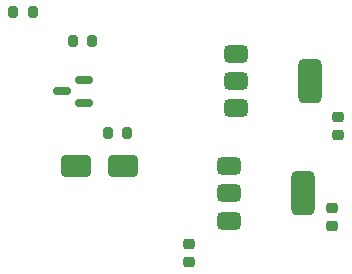
<source format=gbr>
%TF.GenerationSoftware,KiCad,Pcbnew,8.0.0-8.0.0-1~ubuntu22.04.1*%
%TF.CreationDate,2024-03-19T22:17:23+08:00*%
%TF.ProjectId,Water_Flowering_hardware,57617465-725f-4466-9c6f-776572696e67,rev?*%
%TF.SameCoordinates,Original*%
%TF.FileFunction,Paste,Top*%
%TF.FilePolarity,Positive*%
%FSLAX46Y46*%
G04 Gerber Fmt 4.6, Leading zero omitted, Abs format (unit mm)*
G04 Created by KiCad (PCBNEW 8.0.0-8.0.0-1~ubuntu22.04.1) date 2024-03-19 22:17:23*
%MOMM*%
%LPD*%
G01*
G04 APERTURE LIST*
G04 Aperture macros list*
%AMRoundRect*
0 Rectangle with rounded corners*
0 $1 Rounding radius*
0 $2 $3 $4 $5 $6 $7 $8 $9 X,Y pos of 4 corners*
0 Add a 4 corners polygon primitive as box body*
4,1,4,$2,$3,$4,$5,$6,$7,$8,$9,$2,$3,0*
0 Add four circle primitives for the rounded corners*
1,1,$1+$1,$2,$3*
1,1,$1+$1,$4,$5*
1,1,$1+$1,$6,$7*
1,1,$1+$1,$8,$9*
0 Add four rect primitives between the rounded corners*
20,1,$1+$1,$2,$3,$4,$5,0*
20,1,$1+$1,$4,$5,$6,$7,0*
20,1,$1+$1,$6,$7,$8,$9,0*
20,1,$1+$1,$8,$9,$2,$3,0*%
G04 Aperture macros list end*
%ADD10RoundRect,0.375000X-0.625000X-0.375000X0.625000X-0.375000X0.625000X0.375000X-0.625000X0.375000X0*%
%ADD11RoundRect,0.500000X-0.500000X-1.400000X0.500000X-1.400000X0.500000X1.400000X-0.500000X1.400000X0*%
%ADD12RoundRect,0.250000X1.000000X0.650000X-1.000000X0.650000X-1.000000X-0.650000X1.000000X-0.650000X0*%
%ADD13RoundRect,0.200000X-0.200000X-0.275000X0.200000X-0.275000X0.200000X0.275000X-0.200000X0.275000X0*%
%ADD14RoundRect,0.225000X0.250000X-0.225000X0.250000X0.225000X-0.250000X0.225000X-0.250000X-0.225000X0*%
%ADD15RoundRect,0.150000X0.587500X0.150000X-0.587500X0.150000X-0.587500X-0.150000X0.587500X-0.150000X0*%
G04 APERTURE END LIST*
D10*
%TO.C,U4*%
X195150000Y-111900000D03*
X195150000Y-114200000D03*
D11*
X201450000Y-114200000D03*
D10*
X195150000Y-116500000D03*
%TD*%
D12*
%TO.C,D1*%
X186205000Y-111850000D03*
X182205000Y-111850000D03*
%TD*%
D13*
%TO.C,R1*%
X181935000Y-101300000D03*
X183585000Y-101300000D03*
%TD*%
%TO.C,R2*%
X176900000Y-98880000D03*
X178550000Y-98880000D03*
%TD*%
D14*
%TO.C,C2*%
X191800000Y-120025000D03*
X191800000Y-118475000D03*
%TD*%
%TO.C,C4*%
X203900000Y-116975000D03*
X203900000Y-115425000D03*
%TD*%
D10*
%TO.C,U3*%
X195750000Y-102400000D03*
X195750000Y-104700000D03*
D11*
X202050000Y-104700000D03*
D10*
X195750000Y-107000000D03*
%TD*%
D13*
%TO.C,R3*%
X186575000Y-109100000D03*
X184925000Y-109100000D03*
%TD*%
D14*
%TO.C,C3*%
X204400000Y-109250000D03*
X204400000Y-107700000D03*
%TD*%
D15*
%TO.C,Q1*%
X182907500Y-106520000D03*
X182907500Y-104620000D03*
X181032500Y-105570000D03*
%TD*%
M02*

</source>
